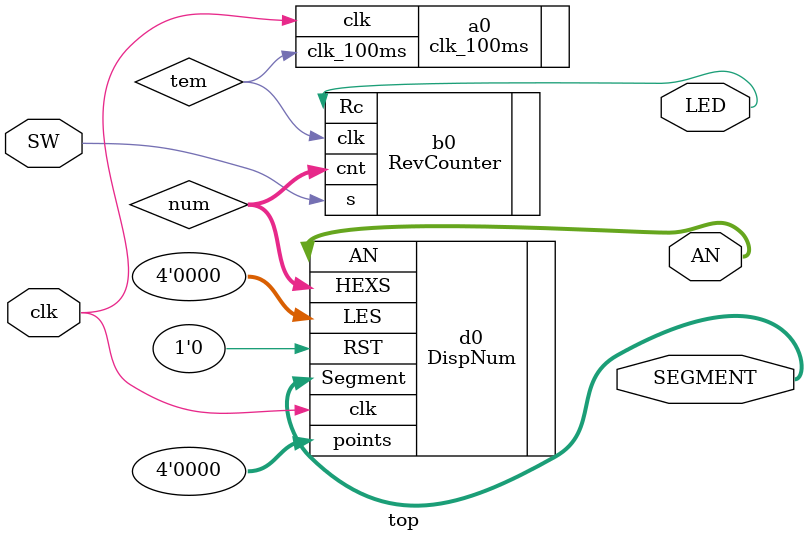
<source format=v>
`timescale 1ns / 1ps
module top(input wire clk,
				input wire SW,
				output wire [7:0] SEGMENT,
				output wire LED,
				output wire [3:0] AN
    );
wire tem;
wire [15:0] num;
clk_100ms a0 (.clk(clk), .clk_100ms(tem));
RevCounter b0 (.clk(tem), .s(SW), .cnt(num), .Rc(LED));
DispNum d0 (.clk(clk), .RST(1'b0), .HEXS(num), .points(4'b0000), .LES(4'b0000), .Segment(SEGMENT), .AN(AN));

endmodule

</source>
